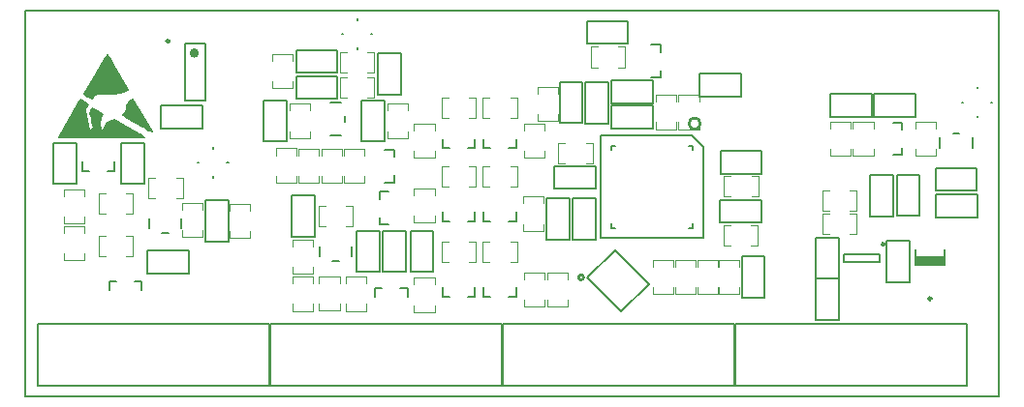
<source format=gto>
G04*
G04 #@! TF.GenerationSoftware,Altium Limited,CircuitStudio,1.5.2 (1.5.2.30)*
G04*
G04 Layer_Color=15065295*
%FSLAX44Y44*%
%MOMM*%
G71*
G01*
G75*
%ADD29C,0.2500*%
%ADD34C,0.1524*%
%ADD35C,0.2030*%
%ADD44C,0.4000*%
%ADD45C,0.2000*%
%ADD46C,0.2032*%
%ADD47C,0.1000*%
%ADD48C,0.3810*%
%ADD49C,0.6350*%
%ADD50C,0.1778*%
%ADD51R,2.6000X0.7778*%
D29*
X460250Y566050D02*
G03*
X460250Y566050I-1250J0D01*
G01*
X1126250Y340500D02*
G03*
X1126250Y340500I-1250J0D01*
G01*
X924300Y493700D02*
G03*
X924300Y493700I-5000J0D01*
G01*
X1085000Y388000D02*
G03*
X1085000Y388000I-1250J0D01*
G01*
X822109Y359028D02*
G03*
X822109Y359028I-2236J0D01*
G01*
D34*
X510444Y459710D02*
X511715D01*
X498252Y446502D02*
Y447772D01*
X484790Y459710D02*
X486061D01*
X498252Y471902D02*
Y473172D01*
X1166250Y524742D02*
Y526012D01*
X1178188Y512550D02*
X1179458D01*
X1166250Y499088D02*
Y500358D01*
X1152788Y512550D02*
X1154058D01*
X624200Y584492D02*
Y585762D01*
X636138Y572300D02*
X637408D01*
X624200Y558838D02*
Y560108D01*
X610738Y572300D02*
X612008D01*
X914258Y474114D02*
X917814D01*
Y402486D02*
Y406042D01*
X846186Y402486D02*
X849742D01*
X846186Y470558D02*
Y474114D01*
X917814Y470558D02*
Y474114D01*
X846186D02*
X849742D01*
X846186Y402486D02*
Y406042D01*
X914258Y402486D02*
X917814D01*
D35*
X837000Y483300D02*
X917000D01*
X837000Y393300D02*
Y483300D01*
Y393300D02*
X927000D01*
Y473300D01*
X917000Y483300D02*
X927000Y473300D01*
X849572Y383070D02*
X879270Y353372D01*
X855228Y329330D02*
X879270Y353372D01*
X825530Y359029D02*
X855228Y329330D01*
X825530Y359029D02*
X849572Y383070D01*
X334500Y255000D02*
Y592250D01*
X1184750D01*
Y255000D02*
Y592250D01*
X334500Y255000D02*
X1184750D01*
D44*
X484000Y555500D02*
G03*
X484000Y555500I-2000J0D01*
G01*
D45*
X488784Y489340D02*
Y509660D01*
X452716Y489340D02*
Y509660D01*
Y489340D02*
X488784D01*
X452716Y509660D02*
X488784D01*
X474000Y513500D02*
Y563500D01*
X492000Y513500D02*
Y563500D01*
X474000D02*
X492000D01*
X474000Y513500D02*
X492000D01*
X1112250Y499550D02*
Y519550D01*
X1076250D02*
X1112250D01*
X1076250Y499550D02*
Y519550D01*
Y499550D02*
X1112250D01*
X441253Y362460D02*
Y382460D01*
Y362460D02*
X477253D01*
Y382460D01*
X441253D02*
X477253D01*
X418093Y440926D02*
X438413D01*
X418093Y476994D02*
X438413D01*
X418093Y440926D02*
Y476994D01*
X438413Y440926D02*
Y476994D01*
X646640Y363682D02*
X666960D01*
X646640Y399750D02*
X666960D01*
X646640Y363682D02*
Y399750D01*
X666960Y363682D02*
Y399750D01*
X670750Y363682D02*
X690750D01*
Y399682D01*
X670750D02*
X690750D01*
X670750Y363682D02*
Y399682D01*
X358753Y440960D02*
X378753D01*
Y476960D01*
X358753D02*
X378753D01*
X358753Y440960D02*
Y476960D01*
X882834Y511540D02*
Y531860D01*
X846766Y511540D02*
Y531860D01*
Y511540D02*
X882834D01*
X846766Y531860D02*
X882834D01*
X642040Y519066D02*
X662360D01*
X642040Y555134D02*
X662360D01*
X642040Y519066D02*
Y555134D01*
X662360Y519066D02*
Y555134D01*
X571100Y538100D02*
Y558100D01*
Y538100D02*
X607100D01*
Y558100D01*
X571100D02*
X607100D01*
X628100Y478000D02*
X648100D01*
Y514000D01*
X628100D02*
X648100D01*
X628100Y478000D02*
Y514000D01*
X571190Y515330D02*
Y535330D01*
Y515330D02*
X607190D01*
Y535330D01*
X571190D02*
X607190D01*
X566840Y430734D02*
X587160D01*
X566840Y394666D02*
X587160D01*
Y430734D01*
X566840Y394666D02*
Y430734D01*
X623900Y399750D02*
X643900D01*
X623900Y363750D02*
Y399750D01*
Y363750D02*
X643900D01*
Y399750D01*
X1086840Y391034D02*
X1107160D01*
X1086840Y354966D02*
X1107160D01*
Y391034D01*
X1086840Y354966D02*
Y391034D01*
X1025000Y321800D02*
X1045000D01*
Y357800D01*
X1025000D02*
X1045000D01*
X1025000Y321800D02*
Y357800D01*
X1025000Y394000D02*
X1045000D01*
X1025000Y358000D02*
Y394000D01*
Y358000D02*
X1045000D01*
Y394000D01*
X1038130Y499550D02*
Y519550D01*
Y499550D02*
X1074130D01*
Y519550D01*
X1038130D02*
X1074130D01*
X1072750Y412620D02*
X1092750D01*
Y448620D01*
X1072750D02*
X1092750D01*
X1072750Y412620D02*
Y448620D01*
X882834Y489040D02*
Y509360D01*
X846766Y489040D02*
Y509360D01*
Y489040D02*
X882834D01*
X846766Y509360D02*
X882834D01*
X959784Y517590D02*
Y537910D01*
X923716Y517590D02*
Y537910D01*
Y517590D02*
X959784D01*
X923716Y537910D02*
X959784D01*
X812590Y428084D02*
X832910D01*
X812590Y392016D02*
X832910D01*
Y428084D01*
X812590Y392016D02*
Y428084D01*
X790050Y392084D02*
X810050D01*
Y428084D01*
X790050D02*
X810050D01*
X790050Y392084D02*
Y428084D01*
X796800Y436700D02*
Y456700D01*
Y436700D02*
X832800D01*
Y456700D01*
X796800D02*
X832800D01*
X960600Y341500D02*
X980600D01*
Y377500D01*
X960600D02*
X980600D01*
X960600Y341500D02*
Y377500D01*
X977300Y406800D02*
Y426800D01*
X941300D02*
X977300D01*
X941300Y406800D02*
Y426800D01*
Y406800D02*
X977300D01*
X1112000Y370000D02*
Y383360D01*
Y370000D02*
X1112000Y370000D01*
X1138000D02*
Y383360D01*
X1112000Y370000D02*
X1138000D01*
X1081000Y372500D02*
Y379500D01*
X1050000Y372500D02*
Y379500D01*
X1081000D01*
X1050000Y372500D02*
X1081000D01*
X1130200Y411800D02*
Y431800D01*
Y411800D02*
X1166200D01*
Y431800D01*
X1130200D02*
X1166200D01*
X1096000Y449000D02*
X1116000D01*
X1096000Y413000D02*
Y449000D01*
Y413000D02*
X1116000D01*
Y449000D01*
X977900Y449700D02*
Y469700D01*
X941900D02*
X977900D01*
X941900Y449700D02*
Y469700D01*
Y449700D02*
X977900D01*
X823640Y493666D02*
X843960D01*
X823640Y529734D02*
X843960D01*
X823640Y493666D02*
Y529734D01*
X843960Y493666D02*
Y529734D01*
X542240Y514034D02*
X562560D01*
X542240Y477966D02*
X562560D01*
Y514034D01*
X542240Y477966D02*
Y514034D01*
X801250Y530000D02*
X821250D01*
X801250Y494000D02*
Y530000D01*
Y494000D02*
X821250D01*
Y530000D01*
X512163Y390676D02*
Y426744D01*
X491843Y390676D02*
Y426744D01*
X512163D01*
X491843Y390676D02*
X512163D01*
X1130000Y435000D02*
Y455000D01*
Y435000D02*
X1166000D01*
Y455000D01*
X1130000D02*
X1166000D01*
X825062Y583514D02*
X861062D01*
Y563514D02*
Y583514D01*
X825062Y563514D02*
X861062D01*
X825062D02*
Y583514D01*
D46*
X1100724Y488626D02*
Y494626D01*
X1092612D02*
X1100724D01*
Y466402D02*
Y472498D01*
X1092612Y466402D02*
X1100724D01*
X601245Y483406D02*
X609835D01*
X601245Y511854D02*
X609835D01*
X613645Y494945D02*
Y500315D01*
X442279Y401915D02*
Y410505D01*
X470727Y401915D02*
Y410505D01*
X453818Y398105D02*
X459187D01*
X407926Y355984D02*
X413927D01*
X407926Y347872D02*
Y355984D01*
X430055D02*
X436151D01*
Y347872D02*
Y355984D01*
X406329Y452186D02*
X412328D01*
Y460298D01*
X384104Y452186D02*
X390201D01*
X384104D02*
Y460298D01*
X643676Y405724D02*
Y411724D01*
Y405724D02*
X651788D01*
X643676Y427852D02*
Y433948D01*
X651788D01*
X640124Y349824D02*
X646124D01*
X640124Y341712D02*
Y349824D01*
X662252D02*
X668348D01*
Y341712D02*
Y349824D01*
X757076Y342076D02*
X763076D01*
Y350188D01*
X734852Y342076D02*
X740948D01*
X734852D02*
Y350188D01*
X757076Y408076D02*
X763076D01*
Y416188D01*
X734852Y408076D02*
X740948D01*
X734852D02*
Y416188D01*
X721076Y342076D02*
X727076D01*
Y350188D01*
X698852Y342076D02*
X704948D01*
X698852D02*
Y350188D01*
X591426Y377205D02*
Y385795D01*
X619874Y377205D02*
Y385795D01*
X602965Y373395D02*
X608335D01*
X757076Y472076D02*
X763076D01*
Y480188D01*
X734852Y472076D02*
X740948D01*
X734852D02*
Y480188D01*
X721076Y472076D02*
X727076D01*
Y480188D01*
X698852Y472076D02*
X704948D01*
X698852D02*
Y480188D01*
X656624Y464476D02*
Y470476D01*
X648512D02*
X656624D01*
Y442252D02*
Y448348D01*
X648512Y442252D02*
X656624D01*
X1162224Y472705D02*
Y481295D01*
X1133776Y472705D02*
Y481295D01*
X1145315Y485105D02*
X1150685D01*
X364221Y482070D02*
X382763Y514328D01*
X364221Y482070D02*
X438135D01*
X412481Y496801D02*
X438135Y482070D01*
X406131Y494007D02*
X412481Y496801D01*
X404099Y491721D02*
X406131Y494007D01*
X403845Y488927D02*
X404099Y491721D01*
X402321Y487658D02*
X403845Y488927D01*
X400035Y487911D02*
X402321Y487658D01*
X399019Y494262D02*
X400035Y487911D01*
X399019Y494262D02*
X400035Y498579D01*
X402321Y501628D01*
X392923Y507215D02*
X402321Y501628D01*
X391145Y502136D02*
X392923Y507215D01*
X391145Y502136D02*
X392669Y498834D01*
X392923Y495532D01*
X394193Y490197D01*
X392923Y488419D02*
X394193Y490197D01*
X391653Y487911D02*
X392923Y488419D01*
X390129Y488674D02*
X391653Y487911D01*
X386319Y504168D02*
X390129Y488674D01*
X386319Y504168D02*
X386827Y506454D01*
X388859Y510263D01*
X382763Y514328D02*
X388859Y510263D01*
X428229Y514328D02*
X444739Y486387D01*
X419593Y500866D02*
X444739Y486387D01*
X419593Y500866D02*
X422387Y503660D01*
X422895Y507215D01*
X423403Y510009D01*
X425689Y513312D01*
X428229Y514328D01*
X385811Y519661D02*
X405750Y554000D01*
X385811Y519661D02*
X392415Y515852D01*
X394447Y517883D01*
X396733Y519661D01*
X412989Y519916D01*
X420355Y521185D01*
X423657Y522963D01*
X405750Y554000D02*
X423657Y522963D01*
X721076Y408076D02*
X727076D01*
Y416188D01*
X698852Y408076D02*
X704948D01*
X698852D02*
Y416188D01*
X881162Y534402D02*
X889274D01*
Y540498D01*
X881162Y562626D02*
X889274D01*
Y556626D02*
Y562626D01*
D47*
X1057500Y465500D02*
Y471500D01*
Y465500D02*
X1075500D01*
Y471500D01*
X1057500Y489500D02*
Y495500D01*
X1075500D01*
Y489500D02*
Y495500D01*
X1130000Y489500D02*
Y495500D01*
X1112000D02*
X1130000D01*
X1112000Y489500D02*
Y495500D01*
X1130000Y465500D02*
Y471500D01*
X1112000Y465500D02*
X1130000D01*
X1112000D02*
Y471500D01*
X1055950Y489550D02*
Y495550D01*
X1037950D02*
X1055950D01*
X1037950Y489550D02*
Y495550D01*
X1055950Y465550D02*
Y471550D01*
X1037950Y465550D02*
X1055950D01*
X1037950D02*
Y471550D01*
X567700Y548700D02*
Y554700D01*
X549700D02*
X567700D01*
X549700Y548700D02*
Y554700D01*
X567700Y524700D02*
Y530700D01*
X549700Y524700D02*
X567700D01*
X549700D02*
Y530700D01*
X939400Y368500D02*
Y374500D01*
X921400D02*
X939400D01*
X921400Y368500D02*
Y374500D01*
X939400Y344500D02*
Y350500D01*
X921400Y344500D02*
X939400D01*
X921400D02*
Y350500D01*
X800100Y476600D02*
X806100D01*
X800100Y458600D02*
Y476600D01*
Y458600D02*
X806100D01*
X824100Y476600D02*
X830100D01*
Y458600D02*
Y476600D01*
X824100Y458600D02*
X830100D01*
X609190Y556330D02*
X615190D01*
X609190Y538330D02*
Y556330D01*
Y538330D02*
X615190D01*
X633190Y556330D02*
X639190D01*
Y538330D02*
Y556330D01*
X633190Y538330D02*
X639190D01*
X633190Y516330D02*
X639190D01*
Y534330D01*
X633190D02*
X639190D01*
X609190Y516330D02*
X615190D01*
X609190D02*
Y534330D01*
X615190D01*
X512842Y393710D02*
Y399710D01*
Y393710D02*
X530842D01*
Y399710D01*
X512842Y417710D02*
Y423710D01*
X530842D01*
Y417710D02*
Y423710D01*
X586000Y386000D02*
Y392000D01*
X568000D02*
X586000D01*
X568000Y386000D02*
Y392000D01*
X586000Y362000D02*
Y368000D01*
X568000Y362000D02*
X586000D01*
X568000D02*
Y368000D01*
X590650Y422000D02*
X596650D01*
X590650Y404000D02*
Y422000D01*
Y404000D02*
X596650D01*
X614650Y422000D02*
X620650D01*
Y404000D02*
Y422000D01*
X614650Y404000D02*
X620650D01*
X568000Y329700D02*
Y335700D01*
Y329700D02*
X586000D01*
Y335700D01*
X568000Y353700D02*
Y359700D01*
X586000D01*
Y353700D02*
Y359700D01*
X609100Y353750D02*
Y359750D01*
X591100D02*
X609100D01*
X591100Y353750D02*
Y359750D01*
X609100Y329750D02*
Y335750D01*
X591100Y329750D02*
X609100D01*
X591100D02*
Y335750D01*
X632200Y353700D02*
Y359700D01*
X614200D02*
X632200D01*
X614200Y353700D02*
Y359700D01*
X632200Y329700D02*
Y335700D01*
X614200Y329700D02*
X632200D01*
X614200D02*
Y335700D01*
X1055000Y417000D02*
X1061000D01*
Y435000D01*
X1055000D02*
X1061000D01*
X1031000Y417000D02*
X1037000D01*
X1031000D02*
Y435000D01*
X1037000D01*
X1031000Y415000D02*
X1037000D01*
X1031000Y397000D02*
Y415000D01*
Y397000D02*
X1037000D01*
X1055000Y415000D02*
X1061000D01*
Y397000D02*
Y415000D01*
X1055000Y397000D02*
X1061000D01*
X758000Y372600D02*
X764000D01*
Y390600D01*
X758000D02*
X764000D01*
X734000Y372600D02*
X740000D01*
X734000D02*
Y390600D01*
X740000D01*
X758000Y438600D02*
X764000D01*
Y456600D01*
X758000D02*
X764000D01*
X734000Y438600D02*
X740000D01*
X734000D02*
Y456600D01*
X740000D01*
X698000Y390600D02*
X704000D01*
X698000Y372600D02*
Y390600D01*
Y372600D02*
X704000D01*
X722000Y390600D02*
X728000D01*
Y372600D02*
Y390600D01*
X722000Y372600D02*
X728000D01*
X698000Y456600D02*
X704000D01*
X698000Y438600D02*
Y456600D01*
Y438600D02*
X704000D01*
X722000Y456600D02*
X728000D01*
Y438600D02*
Y456600D01*
X722000Y438600D02*
X728000D01*
X770000Y333600D02*
Y339600D01*
Y333600D02*
X788000D01*
Y339600D01*
X770000Y357600D02*
Y363600D01*
X788000D01*
Y357600D02*
Y363600D01*
X769250Y399750D02*
Y405750D01*
Y399750D02*
X787250D01*
Y405750D01*
X769250Y423750D02*
Y429750D01*
X787250D01*
Y423750D02*
Y429750D01*
X674000Y328600D02*
Y334600D01*
Y328600D02*
X692000D01*
Y334600D01*
X674000Y352600D02*
Y358600D01*
X692000D01*
Y352600D02*
Y358600D01*
X674000Y407100D02*
Y413100D01*
Y407100D02*
X692000D01*
Y413100D01*
X674000Y431100D02*
Y437100D01*
X692000D01*
Y431100D02*
Y437100D01*
X940600Y344500D02*
Y350500D01*
Y344500D02*
X958600D01*
Y350500D01*
X940600Y368500D02*
Y374500D01*
X958600D01*
Y368500D02*
Y374500D01*
X903100Y512900D02*
Y518900D01*
X885100D02*
X903100D01*
X885100Y512900D02*
Y518900D01*
X903100Y488900D02*
Y494900D01*
X885100Y488900D02*
X903100D01*
X885100D02*
Y494900D01*
X968300Y386800D02*
X974300D01*
Y404800D01*
X968300D02*
X974300D01*
X944300Y386800D02*
X950300D01*
X944300D02*
Y404800D01*
X950300D01*
X923100Y512900D02*
Y518900D01*
X905100D02*
X923100D01*
X905100Y512900D02*
Y518900D01*
X923100Y488900D02*
Y494900D01*
X905100Y488900D02*
X923100D01*
X905100D02*
Y494900D01*
X758000Y498600D02*
X764000D01*
Y516600D01*
X758000D02*
X764000D01*
X734000Y498600D02*
X740000D01*
X734000D02*
Y516600D01*
X740000D01*
X698000D02*
X704000D01*
X698000Y498600D02*
Y516600D01*
Y498600D02*
X704000D01*
X722000Y516600D02*
X728000D01*
Y498600D02*
Y516600D01*
X722000Y498600D02*
X728000D01*
X770000Y463600D02*
Y469600D01*
Y463600D02*
X788000D01*
Y469600D01*
X770000Y487600D02*
Y493600D01*
X788000D01*
Y487600D02*
Y493600D01*
X674000Y463600D02*
Y469600D01*
Y463600D02*
X692000D01*
Y469600D01*
X674000Y487600D02*
Y493600D01*
X692000D01*
Y487600D02*
Y493600D01*
X968900Y429700D02*
X974900D01*
Y447700D01*
X968900D02*
X974900D01*
X944900Y429700D02*
X950900D01*
X944900D02*
Y447700D01*
X950900D01*
X612700Y441798D02*
Y447798D01*
Y441798D02*
X630700D01*
Y447798D01*
X612700Y465798D02*
Y471798D01*
X630700D01*
Y465798D02*
Y471798D01*
X610900Y465800D02*
Y471800D01*
X592900D02*
X610900D01*
X592900Y465800D02*
Y471800D01*
X610900Y441800D02*
Y447800D01*
X592900Y441800D02*
X610900D01*
X592900D02*
Y447800D01*
X565000Y481000D02*
Y487000D01*
Y481000D02*
X583000D01*
Y487000D01*
X565000Y505000D02*
Y511000D01*
X583000D01*
Y505000D02*
Y511000D01*
X553600Y442000D02*
Y448000D01*
Y442000D02*
X571600D01*
Y448000D01*
X553600Y466000D02*
Y472000D01*
X571600D01*
Y466000D02*
Y472000D01*
X572800Y441800D02*
Y447800D01*
Y441800D02*
X590800D01*
Y447800D01*
X572800Y465800D02*
Y471800D01*
X590800D01*
Y465800D02*
Y471800D01*
X668800Y505000D02*
Y511000D01*
X650800D02*
X668800D01*
X650800Y505000D02*
Y511000D01*
X668800Y481000D02*
Y487000D01*
X650800Y481000D02*
X668800D01*
X650800D02*
Y487000D01*
X799653Y519900D02*
Y525900D01*
X781653D02*
X799653D01*
X781653Y519900D02*
Y525900D01*
X799653Y495900D02*
Y501900D01*
X781653Y495900D02*
X799653D01*
X781653D02*
Y501900D01*
X489502Y418210D02*
Y424210D01*
X471502D02*
X489502D01*
X471502Y418210D02*
Y424210D01*
X489502Y394210D02*
Y400210D01*
X471502Y394210D02*
X489502D01*
X471502D02*
Y400210D01*
X442002Y445960D02*
X448003D01*
X442002Y427960D02*
Y445960D01*
Y427960D02*
X448003D01*
X466003Y445960D02*
X472002D01*
Y427960D02*
Y445960D01*
X466003Y427960D02*
X472002D01*
X808250Y357500D02*
Y363500D01*
X790250D02*
X808250D01*
X790250Y357500D02*
Y363500D01*
X808250Y333500D02*
Y339500D01*
X790250Y333500D02*
X808250D01*
X790250D02*
Y339500D01*
X882750Y344550D02*
Y350550D01*
Y344550D02*
X900750D01*
Y350550D01*
X882750Y368550D02*
Y374550D01*
X900750D01*
Y368550D02*
Y374550D01*
X901950Y344550D02*
Y350550D01*
Y344550D02*
X919950D01*
Y350550D01*
X901950Y368550D02*
Y374550D01*
X919950D01*
Y368550D02*
Y374550D01*
X368003Y374210D02*
Y380210D01*
Y374210D02*
X386003D01*
Y380210D01*
X368003Y398210D02*
Y404210D01*
X386003D01*
Y398210D02*
Y404210D01*
X385952Y429960D02*
Y435960D01*
X367952D02*
X385952D01*
X367952Y429960D02*
Y435960D01*
X385952Y405960D02*
Y411960D01*
X367952Y405960D02*
X385952D01*
X367952D02*
Y411960D01*
X828250Y561050D02*
X834250D01*
X828250Y543050D02*
Y561050D01*
Y543050D02*
X834250D01*
X852250Y561050D02*
X858250D01*
Y543050D02*
Y561050D01*
X852250Y543050D02*
X858250D01*
X422503Y414460D02*
X428503D01*
Y432460D01*
X422503D02*
X428503D01*
X398503Y414460D02*
X404502D01*
X398503D02*
Y432460D01*
X404502D01*
X422503Y377710D02*
X428503D01*
Y395710D01*
X422503D02*
X428503D01*
X398503Y377710D02*
X404502D01*
X398503D02*
Y395710D01*
X404502D01*
D48*
X437627Y493246D02*
X441691Y489689D01*
X428991Y484609D02*
X434325Y483340D01*
D49*
X411465Y488419D02*
X423149Y484864D01*
X403083Y484609D02*
X423149Y484864D01*
X376413Y488166D02*
X381239Y496548D01*
X383271Y484609D01*
X368793D02*
X383271D01*
X368793D02*
X384541Y510263D01*
X385303Y508485D01*
X383525Y504930D02*
X385303Y508485D01*
X383525Y504930D02*
X387843Y485117D01*
X395209D01*
X394193Y502897D02*
X398003Y501119D01*
X394193Y502897D02*
X396225Y498326D01*
X396479Y486895D01*
X400035Y484609D01*
X406131Y486895D01*
X407909Y490960D01*
X412481Y493246D01*
X428991Y484609D01*
X428229Y506707D02*
X437627Y493246D01*
X423911Y501119D02*
X437627Y493246D01*
X423911Y501119D02*
X427213Y510518D01*
X404607Y531600D02*
X411465Y530838D01*
X405369Y539981D02*
X411465Y530838D01*
X397241Y527028D02*
X405369Y539981D01*
X397241Y527028D02*
X418069Y526012D01*
X405877Y549380D02*
X418069Y526012D01*
X389621Y519916D02*
X405877Y549380D01*
X389621Y519916D02*
X392161Y519661D01*
X396733Y522710D01*
X419593Y523979D01*
D50*
X954450Y264050D02*
Y318050D01*
Y264050D02*
X1157150D01*
X954450Y318050D02*
X1157150D01*
Y264050D02*
Y318050D01*
X751250Y264050D02*
Y318050D01*
Y264050D02*
X953950D01*
X751250Y318050D02*
X953950D01*
Y264050D02*
Y318050D01*
X548050Y264050D02*
Y318050D01*
Y264050D02*
X750750D01*
X548050Y318050D02*
X750750D01*
Y264050D02*
Y318050D01*
X344850Y264050D02*
Y318050D01*
Y264050D02*
X547550D01*
X344850Y318050D02*
X547550D01*
Y264050D02*
Y318050D01*
D51*
X1125000Y374115D02*
D03*
M02*

</source>
